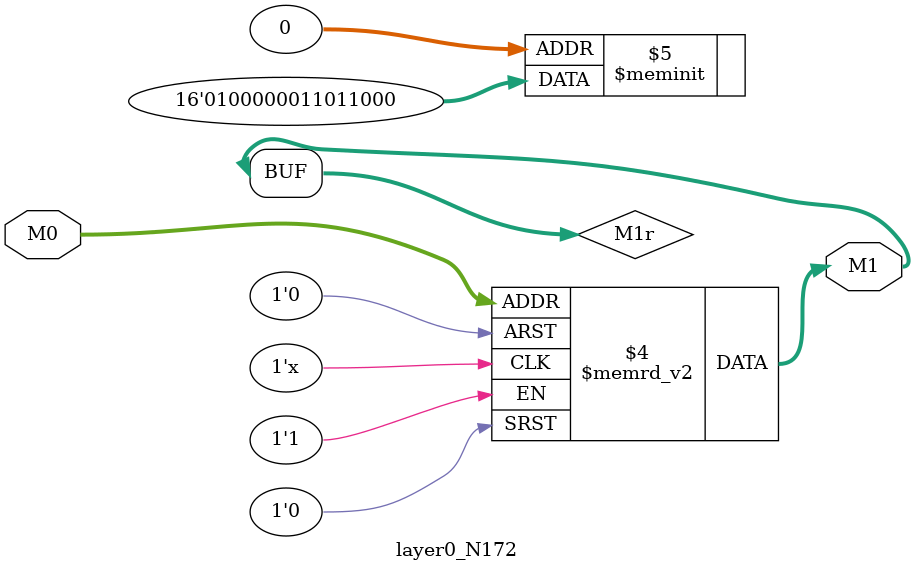
<source format=v>
module layer0_N172 ( input [2:0] M0, output [1:0] M1 );

	(*rom_style = "distributed" *) reg [1:0] M1r;
	assign M1 = M1r;
	always @ (M0) begin
		case (M0)
			3'b000: M1r = 2'b00;
			3'b100: M1r = 2'b00;
			3'b010: M1r = 2'b01;
			3'b110: M1r = 2'b00;
			3'b001: M1r = 2'b10;
			3'b101: M1r = 2'b00;
			3'b011: M1r = 2'b11;
			3'b111: M1r = 2'b01;

		endcase
	end
endmodule

</source>
